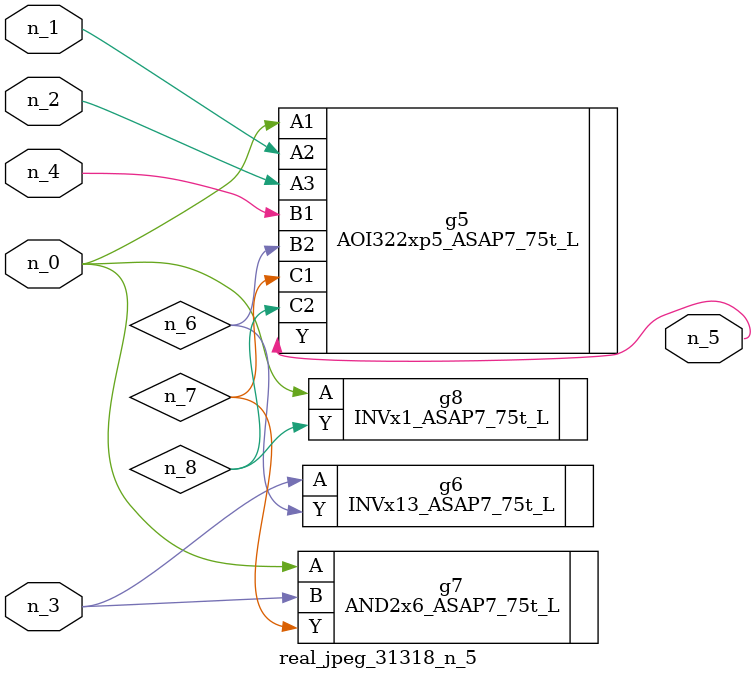
<source format=v>
module real_jpeg_31318_n_5 (n_4, n_0, n_1, n_2, n_3, n_5);

input n_4;
input n_0;
input n_1;
input n_2;
input n_3;

output n_5;

wire n_8;
wire n_6;
wire n_7;

AOI322xp5_ASAP7_75t_L g5 ( 
.A1(n_0),
.A2(n_1),
.A3(n_2),
.B1(n_4),
.B2(n_6),
.C1(n_7),
.C2(n_8),
.Y(n_5)
);

AND2x6_ASAP7_75t_L g7 ( 
.A(n_0),
.B(n_3),
.Y(n_7)
);

INVx1_ASAP7_75t_L g8 ( 
.A(n_0),
.Y(n_8)
);

INVx13_ASAP7_75t_L g6 ( 
.A(n_3),
.Y(n_6)
);


endmodule
</source>
